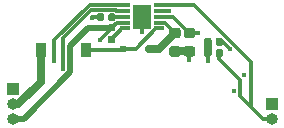
<source format=gbr>
G04 #@! TF.GenerationSoftware,KiCad,Pcbnew,(5.1.4)-1*
G04 #@! TF.CreationDate,2020-07-29T22:37:44-07:00*
G04 #@! TF.ProjectId,Kicad LED Rings_Circular_final_V2,4b696361-6420-44c4-9544-2052696e6773,rev?*
G04 #@! TF.SameCoordinates,Original*
G04 #@! TF.FileFunction,Copper,L1,Top*
G04 #@! TF.FilePolarity,Positive*
%FSLAX46Y46*%
G04 Gerber Fmt 4.6, Leading zero omitted, Abs format (unit mm)*
G04 Created by KiCad (PCBNEW (5.1.4)-1) date 2020-07-29 22:37:44*
%MOMM*%
%LPD*%
G04 APERTURE LIST*
%ADD10R,0.900000X1.300000*%
%ADD11C,0.100000*%
%ADD12C,0.590000*%
%ADD13R,1.600200X2.006600*%
%ADD14R,0.812800X0.304800*%
%ADD15R,0.500000X0.500000*%
%ADD16R,1.000000X1.000000*%
%ADD17O,1.000000X1.000000*%
%ADD18C,0.875000*%
%ADD19C,0.450000*%
%ADD20C,0.635000*%
%ADD21C,0.304800*%
%ADD22C,0.508000*%
G04 APERTURE END LIST*
D10*
X101033500Y-69936360D03*
X104833500Y-69936360D03*
D11*
G36*
X115335858Y-68969370D02*
G01*
X115350176Y-68971494D01*
X115364217Y-68975011D01*
X115377846Y-68979888D01*
X115390931Y-68986077D01*
X115403347Y-68993518D01*
X115414973Y-69002141D01*
X115425698Y-69011862D01*
X115435419Y-69022587D01*
X115444042Y-69034213D01*
X115451483Y-69046629D01*
X115457672Y-69059714D01*
X115462549Y-69073343D01*
X115466066Y-69087384D01*
X115468190Y-69101702D01*
X115468900Y-69116160D01*
X115468900Y-69461160D01*
X115468190Y-69475618D01*
X115466066Y-69489936D01*
X115462549Y-69503977D01*
X115457672Y-69517606D01*
X115451483Y-69530691D01*
X115444042Y-69543107D01*
X115435419Y-69554733D01*
X115425698Y-69565458D01*
X115414973Y-69575179D01*
X115403347Y-69583802D01*
X115390931Y-69591243D01*
X115377846Y-69597432D01*
X115364217Y-69602309D01*
X115350176Y-69605826D01*
X115335858Y-69607950D01*
X115321400Y-69608660D01*
X115026400Y-69608660D01*
X115011942Y-69607950D01*
X114997624Y-69605826D01*
X114983583Y-69602309D01*
X114969954Y-69597432D01*
X114956869Y-69591243D01*
X114944453Y-69583802D01*
X114932827Y-69575179D01*
X114922102Y-69565458D01*
X114912381Y-69554733D01*
X114903758Y-69543107D01*
X114896317Y-69530691D01*
X114890128Y-69517606D01*
X114885251Y-69503977D01*
X114881734Y-69489936D01*
X114879610Y-69475618D01*
X114878900Y-69461160D01*
X114878900Y-69116160D01*
X114879610Y-69101702D01*
X114881734Y-69087384D01*
X114885251Y-69073343D01*
X114890128Y-69059714D01*
X114896317Y-69046629D01*
X114903758Y-69034213D01*
X114912381Y-69022587D01*
X114922102Y-69011862D01*
X114932827Y-69002141D01*
X114944453Y-68993518D01*
X114956869Y-68986077D01*
X114969954Y-68979888D01*
X114983583Y-68975011D01*
X114997624Y-68971494D01*
X115011942Y-68969370D01*
X115026400Y-68968660D01*
X115321400Y-68968660D01*
X115335858Y-68969370D01*
X115335858Y-68969370D01*
G37*
D12*
X115173900Y-69288660D03*
D11*
G36*
X116305858Y-68969370D02*
G01*
X116320176Y-68971494D01*
X116334217Y-68975011D01*
X116347846Y-68979888D01*
X116360931Y-68986077D01*
X116373347Y-68993518D01*
X116384973Y-69002141D01*
X116395698Y-69011862D01*
X116405419Y-69022587D01*
X116414042Y-69034213D01*
X116421483Y-69046629D01*
X116427672Y-69059714D01*
X116432549Y-69073343D01*
X116436066Y-69087384D01*
X116438190Y-69101702D01*
X116438900Y-69116160D01*
X116438900Y-69461160D01*
X116438190Y-69475618D01*
X116436066Y-69489936D01*
X116432549Y-69503977D01*
X116427672Y-69517606D01*
X116421483Y-69530691D01*
X116414042Y-69543107D01*
X116405419Y-69554733D01*
X116395698Y-69565458D01*
X116384973Y-69575179D01*
X116373347Y-69583802D01*
X116360931Y-69591243D01*
X116347846Y-69597432D01*
X116334217Y-69602309D01*
X116320176Y-69605826D01*
X116305858Y-69607950D01*
X116291400Y-69608660D01*
X115996400Y-69608660D01*
X115981942Y-69607950D01*
X115967624Y-69605826D01*
X115953583Y-69602309D01*
X115939954Y-69597432D01*
X115926869Y-69591243D01*
X115914453Y-69583802D01*
X115902827Y-69575179D01*
X115892102Y-69565458D01*
X115882381Y-69554733D01*
X115873758Y-69543107D01*
X115866317Y-69530691D01*
X115860128Y-69517606D01*
X115855251Y-69503977D01*
X115851734Y-69489936D01*
X115849610Y-69475618D01*
X115848900Y-69461160D01*
X115848900Y-69116160D01*
X115849610Y-69101702D01*
X115851734Y-69087384D01*
X115855251Y-69073343D01*
X115860128Y-69059714D01*
X115866317Y-69046629D01*
X115873758Y-69034213D01*
X115882381Y-69022587D01*
X115892102Y-69011862D01*
X115902827Y-69002141D01*
X115914453Y-68993518D01*
X115926869Y-68986077D01*
X115939954Y-68979888D01*
X115953583Y-68975011D01*
X115967624Y-68971494D01*
X115981942Y-68969370D01*
X115996400Y-68968660D01*
X116291400Y-68968660D01*
X116305858Y-68969370D01*
X116305858Y-68969370D01*
G37*
D12*
X116143900Y-69288660D03*
D11*
G36*
X107214938Y-68785950D02*
G01*
X107229256Y-68788074D01*
X107243297Y-68791591D01*
X107256926Y-68796468D01*
X107270011Y-68802657D01*
X107282427Y-68810098D01*
X107294053Y-68818721D01*
X107304778Y-68828442D01*
X107314499Y-68839167D01*
X107323122Y-68850793D01*
X107330563Y-68863209D01*
X107336752Y-68876294D01*
X107341629Y-68889923D01*
X107345146Y-68903964D01*
X107347270Y-68918282D01*
X107347980Y-68932740D01*
X107347980Y-69227740D01*
X107347270Y-69242198D01*
X107345146Y-69256516D01*
X107341629Y-69270557D01*
X107336752Y-69284186D01*
X107330563Y-69297271D01*
X107323122Y-69309687D01*
X107314499Y-69321313D01*
X107304778Y-69332038D01*
X107294053Y-69341759D01*
X107282427Y-69350382D01*
X107270011Y-69357823D01*
X107256926Y-69364012D01*
X107243297Y-69368889D01*
X107229256Y-69372406D01*
X107214938Y-69374530D01*
X107200480Y-69375240D01*
X106855480Y-69375240D01*
X106841022Y-69374530D01*
X106826704Y-69372406D01*
X106812663Y-69368889D01*
X106799034Y-69364012D01*
X106785949Y-69357823D01*
X106773533Y-69350382D01*
X106761907Y-69341759D01*
X106751182Y-69332038D01*
X106741461Y-69321313D01*
X106732838Y-69309687D01*
X106725397Y-69297271D01*
X106719208Y-69284186D01*
X106714331Y-69270557D01*
X106710814Y-69256516D01*
X106708690Y-69242198D01*
X106707980Y-69227740D01*
X106707980Y-68932740D01*
X106708690Y-68918282D01*
X106710814Y-68903964D01*
X106714331Y-68889923D01*
X106719208Y-68876294D01*
X106725397Y-68863209D01*
X106732838Y-68850793D01*
X106741461Y-68839167D01*
X106751182Y-68828442D01*
X106761907Y-68818721D01*
X106773533Y-68810098D01*
X106785949Y-68802657D01*
X106799034Y-68796468D01*
X106812663Y-68791591D01*
X106826704Y-68788074D01*
X106841022Y-68785950D01*
X106855480Y-68785240D01*
X107200480Y-68785240D01*
X107214938Y-68785950D01*
X107214938Y-68785950D01*
G37*
D12*
X107027980Y-69080240D03*
D11*
G36*
X107214938Y-67815950D02*
G01*
X107229256Y-67818074D01*
X107243297Y-67821591D01*
X107256926Y-67826468D01*
X107270011Y-67832657D01*
X107282427Y-67840098D01*
X107294053Y-67848721D01*
X107304778Y-67858442D01*
X107314499Y-67869167D01*
X107323122Y-67880793D01*
X107330563Y-67893209D01*
X107336752Y-67906294D01*
X107341629Y-67919923D01*
X107345146Y-67933964D01*
X107347270Y-67948282D01*
X107347980Y-67962740D01*
X107347980Y-68257740D01*
X107347270Y-68272198D01*
X107345146Y-68286516D01*
X107341629Y-68300557D01*
X107336752Y-68314186D01*
X107330563Y-68327271D01*
X107323122Y-68339687D01*
X107314499Y-68351313D01*
X107304778Y-68362038D01*
X107294053Y-68371759D01*
X107282427Y-68380382D01*
X107270011Y-68387823D01*
X107256926Y-68394012D01*
X107243297Y-68398889D01*
X107229256Y-68402406D01*
X107214938Y-68404530D01*
X107200480Y-68405240D01*
X106855480Y-68405240D01*
X106841022Y-68404530D01*
X106826704Y-68402406D01*
X106812663Y-68398889D01*
X106799034Y-68394012D01*
X106785949Y-68387823D01*
X106773533Y-68380382D01*
X106761907Y-68371759D01*
X106751182Y-68362038D01*
X106741461Y-68351313D01*
X106732838Y-68339687D01*
X106725397Y-68327271D01*
X106719208Y-68314186D01*
X106714331Y-68300557D01*
X106710814Y-68286516D01*
X106708690Y-68272198D01*
X106707980Y-68257740D01*
X106707980Y-67962740D01*
X106708690Y-67948282D01*
X106710814Y-67933964D01*
X106714331Y-67919923D01*
X106719208Y-67906294D01*
X106725397Y-67893209D01*
X106732838Y-67880793D01*
X106741461Y-67869167D01*
X106751182Y-67858442D01*
X106761907Y-67848721D01*
X106773533Y-67840098D01*
X106785949Y-67832657D01*
X106799034Y-67826468D01*
X106812663Y-67821591D01*
X106826704Y-67818074D01*
X106841022Y-67815950D01*
X106855480Y-67815240D01*
X107200480Y-67815240D01*
X107214938Y-67815950D01*
X107214938Y-67815950D01*
G37*
D12*
X107027980Y-68110240D03*
D11*
G36*
X106255358Y-66881490D02*
G01*
X106269676Y-66883614D01*
X106283717Y-66887131D01*
X106297346Y-66892008D01*
X106310431Y-66898197D01*
X106322847Y-66905638D01*
X106334473Y-66914261D01*
X106345198Y-66923982D01*
X106354919Y-66934707D01*
X106363542Y-66946333D01*
X106370983Y-66958749D01*
X106377172Y-66971834D01*
X106382049Y-66985463D01*
X106385566Y-66999504D01*
X106387690Y-67013822D01*
X106388400Y-67028280D01*
X106388400Y-67373280D01*
X106387690Y-67387738D01*
X106385566Y-67402056D01*
X106382049Y-67416097D01*
X106377172Y-67429726D01*
X106370983Y-67442811D01*
X106363542Y-67455227D01*
X106354919Y-67466853D01*
X106345198Y-67477578D01*
X106334473Y-67487299D01*
X106322847Y-67495922D01*
X106310431Y-67503363D01*
X106297346Y-67509552D01*
X106283717Y-67514429D01*
X106269676Y-67517946D01*
X106255358Y-67520070D01*
X106240900Y-67520780D01*
X105945900Y-67520780D01*
X105931442Y-67520070D01*
X105917124Y-67517946D01*
X105903083Y-67514429D01*
X105889454Y-67509552D01*
X105876369Y-67503363D01*
X105863953Y-67495922D01*
X105852327Y-67487299D01*
X105841602Y-67477578D01*
X105831881Y-67466853D01*
X105823258Y-67455227D01*
X105815817Y-67442811D01*
X105809628Y-67429726D01*
X105804751Y-67416097D01*
X105801234Y-67402056D01*
X105799110Y-67387738D01*
X105798400Y-67373280D01*
X105798400Y-67028280D01*
X105799110Y-67013822D01*
X105801234Y-66999504D01*
X105804751Y-66985463D01*
X105809628Y-66971834D01*
X105815817Y-66958749D01*
X105823258Y-66946333D01*
X105831881Y-66934707D01*
X105841602Y-66923982D01*
X105852327Y-66914261D01*
X105863953Y-66905638D01*
X105876369Y-66898197D01*
X105889454Y-66892008D01*
X105903083Y-66887131D01*
X105917124Y-66883614D01*
X105931442Y-66881490D01*
X105945900Y-66880780D01*
X106240900Y-66880780D01*
X106255358Y-66881490D01*
X106255358Y-66881490D01*
G37*
D12*
X106093400Y-67200780D03*
D11*
G36*
X107225358Y-66881490D02*
G01*
X107239676Y-66883614D01*
X107253717Y-66887131D01*
X107267346Y-66892008D01*
X107280431Y-66898197D01*
X107292847Y-66905638D01*
X107304473Y-66914261D01*
X107315198Y-66923982D01*
X107324919Y-66934707D01*
X107333542Y-66946333D01*
X107340983Y-66958749D01*
X107347172Y-66971834D01*
X107352049Y-66985463D01*
X107355566Y-66999504D01*
X107357690Y-67013822D01*
X107358400Y-67028280D01*
X107358400Y-67373280D01*
X107357690Y-67387738D01*
X107355566Y-67402056D01*
X107352049Y-67416097D01*
X107347172Y-67429726D01*
X107340983Y-67442811D01*
X107333542Y-67455227D01*
X107324919Y-67466853D01*
X107315198Y-67477578D01*
X107304473Y-67487299D01*
X107292847Y-67495922D01*
X107280431Y-67503363D01*
X107267346Y-67509552D01*
X107253717Y-67514429D01*
X107239676Y-67517946D01*
X107225358Y-67520070D01*
X107210900Y-67520780D01*
X106915900Y-67520780D01*
X106901442Y-67520070D01*
X106887124Y-67517946D01*
X106873083Y-67514429D01*
X106859454Y-67509552D01*
X106846369Y-67503363D01*
X106833953Y-67495922D01*
X106822327Y-67487299D01*
X106811602Y-67477578D01*
X106801881Y-67466853D01*
X106793258Y-67455227D01*
X106785817Y-67442811D01*
X106779628Y-67429726D01*
X106774751Y-67416097D01*
X106771234Y-67402056D01*
X106769110Y-67387738D01*
X106768400Y-67373280D01*
X106768400Y-67028280D01*
X106769110Y-67013822D01*
X106771234Y-66999504D01*
X106774751Y-66985463D01*
X106779628Y-66971834D01*
X106785817Y-66958749D01*
X106793258Y-66946333D01*
X106801881Y-66934707D01*
X106811602Y-66923982D01*
X106822327Y-66914261D01*
X106833953Y-66905638D01*
X106846369Y-66898197D01*
X106859454Y-66892008D01*
X106873083Y-66887131D01*
X106887124Y-66883614D01*
X106901442Y-66881490D01*
X106915900Y-66880780D01*
X107210900Y-66880780D01*
X107225358Y-66881490D01*
X107225358Y-66881490D01*
G37*
D12*
X107063400Y-67200780D03*
D13*
X109626400Y-67152520D03*
D14*
X111074200Y-66152519D03*
X111074200Y-66652521D03*
X111074200Y-67152520D03*
X111074200Y-67652519D03*
X111074200Y-68152521D03*
X108178600Y-68152521D03*
X108178600Y-67652519D03*
X108178600Y-67152520D03*
X108178600Y-66652521D03*
X108178600Y-66152519D03*
D15*
X108033640Y-69857620D03*
X110233640Y-69857620D03*
D11*
G36*
X116305858Y-69914250D02*
G01*
X116320176Y-69916374D01*
X116334217Y-69919891D01*
X116347846Y-69924768D01*
X116360931Y-69930957D01*
X116373347Y-69938398D01*
X116384973Y-69947021D01*
X116395698Y-69956742D01*
X116405419Y-69967467D01*
X116414042Y-69979093D01*
X116421483Y-69991509D01*
X116427672Y-70004594D01*
X116432549Y-70018223D01*
X116436066Y-70032264D01*
X116438190Y-70046582D01*
X116438900Y-70061040D01*
X116438900Y-70406040D01*
X116438190Y-70420498D01*
X116436066Y-70434816D01*
X116432549Y-70448857D01*
X116427672Y-70462486D01*
X116421483Y-70475571D01*
X116414042Y-70487987D01*
X116405419Y-70499613D01*
X116395698Y-70510338D01*
X116384973Y-70520059D01*
X116373347Y-70528682D01*
X116360931Y-70536123D01*
X116347846Y-70542312D01*
X116334217Y-70547189D01*
X116320176Y-70550706D01*
X116305858Y-70552830D01*
X116291400Y-70553540D01*
X115996400Y-70553540D01*
X115981942Y-70552830D01*
X115967624Y-70550706D01*
X115953583Y-70547189D01*
X115939954Y-70542312D01*
X115926869Y-70536123D01*
X115914453Y-70528682D01*
X115902827Y-70520059D01*
X115892102Y-70510338D01*
X115882381Y-70499613D01*
X115873758Y-70487987D01*
X115866317Y-70475571D01*
X115860128Y-70462486D01*
X115855251Y-70448857D01*
X115851734Y-70434816D01*
X115849610Y-70420498D01*
X115848900Y-70406040D01*
X115848900Y-70061040D01*
X115849610Y-70046582D01*
X115851734Y-70032264D01*
X115855251Y-70018223D01*
X115860128Y-70004594D01*
X115866317Y-69991509D01*
X115873758Y-69979093D01*
X115882381Y-69967467D01*
X115892102Y-69956742D01*
X115902827Y-69947021D01*
X115914453Y-69938398D01*
X115926869Y-69930957D01*
X115939954Y-69924768D01*
X115953583Y-69919891D01*
X115967624Y-69916374D01*
X115981942Y-69914250D01*
X115996400Y-69913540D01*
X116291400Y-69913540D01*
X116305858Y-69914250D01*
X116305858Y-69914250D01*
G37*
D12*
X116143900Y-70233540D03*
D11*
G36*
X115335858Y-69914250D02*
G01*
X115350176Y-69916374D01*
X115364217Y-69919891D01*
X115377846Y-69924768D01*
X115390931Y-69930957D01*
X115403347Y-69938398D01*
X115414973Y-69947021D01*
X115425698Y-69956742D01*
X115435419Y-69967467D01*
X115444042Y-69979093D01*
X115451483Y-69991509D01*
X115457672Y-70004594D01*
X115462549Y-70018223D01*
X115466066Y-70032264D01*
X115468190Y-70046582D01*
X115468900Y-70061040D01*
X115468900Y-70406040D01*
X115468190Y-70420498D01*
X115466066Y-70434816D01*
X115462549Y-70448857D01*
X115457672Y-70462486D01*
X115451483Y-70475571D01*
X115444042Y-70487987D01*
X115435419Y-70499613D01*
X115425698Y-70510338D01*
X115414973Y-70520059D01*
X115403347Y-70528682D01*
X115390931Y-70536123D01*
X115377846Y-70542312D01*
X115364217Y-70547189D01*
X115350176Y-70550706D01*
X115335858Y-70552830D01*
X115321400Y-70553540D01*
X115026400Y-70553540D01*
X115011942Y-70552830D01*
X114997624Y-70550706D01*
X114983583Y-70547189D01*
X114969954Y-70542312D01*
X114956869Y-70536123D01*
X114944453Y-70528682D01*
X114932827Y-70520059D01*
X114922102Y-70510338D01*
X114912381Y-70499613D01*
X114903758Y-70487987D01*
X114896317Y-70475571D01*
X114890128Y-70462486D01*
X114885251Y-70448857D01*
X114881734Y-70434816D01*
X114879610Y-70420498D01*
X114878900Y-70406040D01*
X114878900Y-70061040D01*
X114879610Y-70046582D01*
X114881734Y-70032264D01*
X114885251Y-70018223D01*
X114890128Y-70004594D01*
X114896317Y-69991509D01*
X114903758Y-69979093D01*
X114912381Y-69967467D01*
X114922102Y-69956742D01*
X114932827Y-69947021D01*
X114944453Y-69938398D01*
X114956869Y-69930957D01*
X114969954Y-69924768D01*
X114983583Y-69919891D01*
X114997624Y-69916374D01*
X115011942Y-69914250D01*
X115026400Y-69913540D01*
X115321400Y-69913540D01*
X115335858Y-69914250D01*
X115335858Y-69914250D01*
G37*
D12*
X115173900Y-70233540D03*
D16*
X98659680Y-73283900D03*
D17*
X98659680Y-74553900D03*
X98659680Y-75823900D03*
D16*
X120591580Y-74553420D03*
D17*
X120591580Y-75823420D03*
D11*
G36*
X112675231Y-69662573D02*
G01*
X112696466Y-69665723D01*
X112717290Y-69670939D01*
X112737502Y-69678171D01*
X112756908Y-69687350D01*
X112775321Y-69698386D01*
X112792564Y-69711174D01*
X112808470Y-69725590D01*
X112822886Y-69741496D01*
X112835674Y-69758739D01*
X112846710Y-69777152D01*
X112855889Y-69796558D01*
X112863121Y-69816770D01*
X112868337Y-69837594D01*
X112871487Y-69858829D01*
X112872540Y-69880270D01*
X112872540Y-70317770D01*
X112871487Y-70339211D01*
X112868337Y-70360446D01*
X112863121Y-70381270D01*
X112855889Y-70401482D01*
X112846710Y-70420888D01*
X112835674Y-70439301D01*
X112822886Y-70456544D01*
X112808470Y-70472450D01*
X112792564Y-70486866D01*
X112775321Y-70499654D01*
X112756908Y-70510690D01*
X112737502Y-70519869D01*
X112717290Y-70527101D01*
X112696466Y-70532317D01*
X112675231Y-70535467D01*
X112653790Y-70536520D01*
X112141290Y-70536520D01*
X112119849Y-70535467D01*
X112098614Y-70532317D01*
X112077790Y-70527101D01*
X112057578Y-70519869D01*
X112038172Y-70510690D01*
X112019759Y-70499654D01*
X112002516Y-70486866D01*
X111986610Y-70472450D01*
X111972194Y-70456544D01*
X111959406Y-70439301D01*
X111948370Y-70420888D01*
X111939191Y-70401482D01*
X111931959Y-70381270D01*
X111926743Y-70360446D01*
X111923593Y-70339211D01*
X111922540Y-70317770D01*
X111922540Y-69880270D01*
X111923593Y-69858829D01*
X111926743Y-69837594D01*
X111931959Y-69816770D01*
X111939191Y-69796558D01*
X111948370Y-69777152D01*
X111959406Y-69758739D01*
X111972194Y-69741496D01*
X111986610Y-69725590D01*
X112002516Y-69711174D01*
X112019759Y-69698386D01*
X112038172Y-69687350D01*
X112057578Y-69678171D01*
X112077790Y-69670939D01*
X112098614Y-69665723D01*
X112119849Y-69662573D01*
X112141290Y-69661520D01*
X112653790Y-69661520D01*
X112675231Y-69662573D01*
X112675231Y-69662573D01*
G37*
D18*
X112397540Y-70099020D03*
D11*
G36*
X112675231Y-68087573D02*
G01*
X112696466Y-68090723D01*
X112717290Y-68095939D01*
X112737502Y-68103171D01*
X112756908Y-68112350D01*
X112775321Y-68123386D01*
X112792564Y-68136174D01*
X112808470Y-68150590D01*
X112822886Y-68166496D01*
X112835674Y-68183739D01*
X112846710Y-68202152D01*
X112855889Y-68221558D01*
X112863121Y-68241770D01*
X112868337Y-68262594D01*
X112871487Y-68283829D01*
X112872540Y-68305270D01*
X112872540Y-68742770D01*
X112871487Y-68764211D01*
X112868337Y-68785446D01*
X112863121Y-68806270D01*
X112855889Y-68826482D01*
X112846710Y-68845888D01*
X112835674Y-68864301D01*
X112822886Y-68881544D01*
X112808470Y-68897450D01*
X112792564Y-68911866D01*
X112775321Y-68924654D01*
X112756908Y-68935690D01*
X112737502Y-68944869D01*
X112717290Y-68952101D01*
X112696466Y-68957317D01*
X112675231Y-68960467D01*
X112653790Y-68961520D01*
X112141290Y-68961520D01*
X112119849Y-68960467D01*
X112098614Y-68957317D01*
X112077790Y-68952101D01*
X112057578Y-68944869D01*
X112038172Y-68935690D01*
X112019759Y-68924654D01*
X112002516Y-68911866D01*
X111986610Y-68897450D01*
X111972194Y-68881544D01*
X111959406Y-68864301D01*
X111948370Y-68845888D01*
X111939191Y-68826482D01*
X111931959Y-68806270D01*
X111926743Y-68785446D01*
X111923593Y-68764211D01*
X111922540Y-68742770D01*
X111922540Y-68305270D01*
X111923593Y-68283829D01*
X111926743Y-68262594D01*
X111931959Y-68241770D01*
X111939191Y-68221558D01*
X111948370Y-68202152D01*
X111959406Y-68183739D01*
X111972194Y-68166496D01*
X111986610Y-68150590D01*
X112002516Y-68136174D01*
X112019759Y-68123386D01*
X112038172Y-68112350D01*
X112057578Y-68103171D01*
X112077790Y-68095939D01*
X112098614Y-68090723D01*
X112119849Y-68087573D01*
X112141290Y-68086520D01*
X112653790Y-68086520D01*
X112675231Y-68087573D01*
X112675231Y-68087573D01*
G37*
D18*
X112397540Y-68524020D03*
D11*
G36*
X113894431Y-69662473D02*
G01*
X113915666Y-69665623D01*
X113936490Y-69670839D01*
X113956702Y-69678071D01*
X113976108Y-69687250D01*
X113994521Y-69698286D01*
X114011764Y-69711074D01*
X114027670Y-69725490D01*
X114042086Y-69741396D01*
X114054874Y-69758639D01*
X114065910Y-69777052D01*
X114075089Y-69796458D01*
X114082321Y-69816670D01*
X114087537Y-69837494D01*
X114090687Y-69858729D01*
X114091740Y-69880170D01*
X114091740Y-70317670D01*
X114090687Y-70339111D01*
X114087537Y-70360346D01*
X114082321Y-70381170D01*
X114075089Y-70401382D01*
X114065910Y-70420788D01*
X114054874Y-70439201D01*
X114042086Y-70456444D01*
X114027670Y-70472350D01*
X114011764Y-70486766D01*
X113994521Y-70499554D01*
X113976108Y-70510590D01*
X113956702Y-70519769D01*
X113936490Y-70527001D01*
X113915666Y-70532217D01*
X113894431Y-70535367D01*
X113872990Y-70536420D01*
X113360490Y-70536420D01*
X113339049Y-70535367D01*
X113317814Y-70532217D01*
X113296990Y-70527001D01*
X113276778Y-70519769D01*
X113257372Y-70510590D01*
X113238959Y-70499554D01*
X113221716Y-70486766D01*
X113205810Y-70472350D01*
X113191394Y-70456444D01*
X113178606Y-70439201D01*
X113167570Y-70420788D01*
X113158391Y-70401382D01*
X113151159Y-70381170D01*
X113145943Y-70360346D01*
X113142793Y-70339111D01*
X113141740Y-70317670D01*
X113141740Y-69880170D01*
X113142793Y-69858729D01*
X113145943Y-69837494D01*
X113151159Y-69816670D01*
X113158391Y-69796458D01*
X113167570Y-69777052D01*
X113178606Y-69758639D01*
X113191394Y-69741396D01*
X113205810Y-69725490D01*
X113221716Y-69711074D01*
X113238959Y-69698286D01*
X113257372Y-69687250D01*
X113276778Y-69678071D01*
X113296990Y-69670839D01*
X113317814Y-69665623D01*
X113339049Y-69662473D01*
X113360490Y-69661420D01*
X113872990Y-69661420D01*
X113894431Y-69662473D01*
X113894431Y-69662473D01*
G37*
D18*
X113616740Y-70098920D03*
D11*
G36*
X113894431Y-68087473D02*
G01*
X113915666Y-68090623D01*
X113936490Y-68095839D01*
X113956702Y-68103071D01*
X113976108Y-68112250D01*
X113994521Y-68123286D01*
X114011764Y-68136074D01*
X114027670Y-68150490D01*
X114042086Y-68166396D01*
X114054874Y-68183639D01*
X114065910Y-68202052D01*
X114075089Y-68221458D01*
X114082321Y-68241670D01*
X114087537Y-68262494D01*
X114090687Y-68283729D01*
X114091740Y-68305170D01*
X114091740Y-68742670D01*
X114090687Y-68764111D01*
X114087537Y-68785346D01*
X114082321Y-68806170D01*
X114075089Y-68826382D01*
X114065910Y-68845788D01*
X114054874Y-68864201D01*
X114042086Y-68881444D01*
X114027670Y-68897350D01*
X114011764Y-68911766D01*
X113994521Y-68924554D01*
X113976108Y-68935590D01*
X113956702Y-68944769D01*
X113936490Y-68952001D01*
X113915666Y-68957217D01*
X113894431Y-68960367D01*
X113872990Y-68961420D01*
X113360490Y-68961420D01*
X113339049Y-68960367D01*
X113317814Y-68957217D01*
X113296990Y-68952001D01*
X113276778Y-68944769D01*
X113257372Y-68935590D01*
X113238959Y-68924554D01*
X113221716Y-68911766D01*
X113205810Y-68897350D01*
X113191394Y-68881444D01*
X113178606Y-68864201D01*
X113167570Y-68845788D01*
X113158391Y-68826382D01*
X113151159Y-68806170D01*
X113145943Y-68785346D01*
X113142793Y-68764111D01*
X113141740Y-68742670D01*
X113141740Y-68305170D01*
X113142793Y-68283729D01*
X113145943Y-68262494D01*
X113151159Y-68241670D01*
X113158391Y-68221458D01*
X113167570Y-68202052D01*
X113178606Y-68183639D01*
X113191394Y-68166396D01*
X113205810Y-68150490D01*
X113221716Y-68136074D01*
X113238959Y-68123286D01*
X113257372Y-68112250D01*
X113276778Y-68103071D01*
X113296990Y-68095839D01*
X113317814Y-68090623D01*
X113339049Y-68087473D01*
X113360490Y-68086420D01*
X113872990Y-68086420D01*
X113894431Y-68087473D01*
X113894431Y-68087473D01*
G37*
D18*
X113616740Y-68523920D03*
D19*
X114348260Y-68521580D03*
X113609120Y-70866000D03*
X105369160Y-67236140D03*
X109595920Y-68486020D03*
X102946200Y-71594980D03*
X117436900Y-73416160D03*
X102176580Y-70868540D03*
X111691370Y-69230190D03*
X118239540Y-72130920D03*
X111894620Y-66652140D03*
X117050820Y-69905880D03*
X106029760Y-69128640D03*
X115173760Y-70911720D03*
D20*
X99144062Y-74553900D02*
X101036040Y-72661922D01*
X98659680Y-74553900D02*
X99144062Y-74553900D01*
X101033500Y-72659382D02*
X101033500Y-69936360D01*
X101036040Y-72661922D02*
X101033500Y-72659382D01*
D21*
X112245340Y-67152520D02*
X113616740Y-68523920D01*
X111074200Y-67152520D02*
X112245340Y-67152520D01*
X113616740Y-68523920D02*
X114345920Y-68523920D01*
X114345920Y-68523920D02*
X114348260Y-68521580D01*
D20*
X113616640Y-70099020D02*
X113616740Y-70098920D01*
X112397540Y-70099020D02*
X113616640Y-70099020D01*
D21*
X113616740Y-70098920D02*
X113616740Y-70858380D01*
X113616740Y-70858380D02*
X113609120Y-70866000D01*
X106093400Y-67200780D02*
X105404520Y-67200780D01*
X105404520Y-67200780D02*
X105369160Y-67236140D01*
X109626400Y-67152520D02*
X109626400Y-68455540D01*
X109626400Y-68455540D02*
X109595920Y-68486020D01*
X102946200Y-71276782D02*
X102946200Y-71594980D01*
X102946200Y-68950178D02*
X102946200Y-71276782D01*
X105269608Y-66626770D02*
X102946200Y-68950178D01*
X107377212Y-66626770D02*
X105269608Y-66626770D01*
X107402963Y-66652521D02*
X107377212Y-66626770D01*
X108178600Y-66652521D02*
X107402963Y-66652521D01*
X108178600Y-66152519D02*
X108432600Y-66152519D01*
X102176580Y-69145048D02*
X102176580Y-70868540D01*
X108178600Y-66152519D02*
X105169109Y-66152519D01*
X105169109Y-66152519D02*
X102176580Y-69145048D01*
D20*
X110233640Y-69857620D02*
X111063940Y-69857620D01*
D21*
X111526039Y-67652519D02*
X112397540Y-68524020D01*
X111074200Y-67652519D02*
X111526039Y-67652519D01*
D20*
X111063940Y-69857620D02*
X111691370Y-69230190D01*
X111691370Y-69230190D02*
X112397540Y-68524020D01*
D21*
X105123060Y-69857620D02*
X104836040Y-69570600D01*
X108588440Y-69857620D02*
X108033640Y-69857620D01*
X109115101Y-69857620D02*
X108588440Y-69857620D01*
X110820200Y-68152521D02*
X109115101Y-69857620D01*
X111074200Y-68152521D02*
X110820200Y-68152521D01*
X107954900Y-69936360D02*
X108033640Y-69857620D01*
X104833500Y-69936360D02*
X107954900Y-69936360D01*
X111074200Y-66652521D02*
X111894239Y-66652521D01*
X111894239Y-66652521D02*
X111894620Y-66652140D01*
X116143900Y-69288660D02*
X116433600Y-69288660D01*
X116433600Y-69288660D02*
X117050820Y-69905880D01*
X107955699Y-68152521D02*
X107027980Y-69080240D01*
X108178600Y-68152521D02*
X107955699Y-68152521D01*
X107111660Y-67152520D02*
X107063400Y-67200780D01*
X108178600Y-67152520D02*
X107111660Y-67152520D01*
X116143900Y-70653540D02*
X116143900Y-70233540D01*
X116143900Y-70744202D02*
X116143900Y-70653540D01*
X117915901Y-72516203D02*
X116143900Y-70744202D01*
X117915901Y-73854847D02*
X117915901Y-72516203D01*
X120591580Y-75823420D02*
X119884474Y-75823420D01*
X118831197Y-70977335D02*
X118831197Y-74770143D01*
X114006381Y-66152519D02*
X118831197Y-70977335D01*
X111074200Y-66152519D02*
X114006381Y-66152519D01*
X119884474Y-75823420D02*
X118831197Y-74770143D01*
X118831197Y-74770143D02*
X117915901Y-73854847D01*
D20*
X115173900Y-69288660D02*
X115173900Y-70233540D01*
D21*
X107362148Y-67776072D02*
X107027980Y-68110240D01*
X107375930Y-67776072D02*
X107362148Y-67776072D01*
X107499483Y-67652519D02*
X107375930Y-67776072D01*
X108178600Y-67652519D02*
X107499483Y-67652519D01*
D22*
X99366786Y-75823900D02*
X98659680Y-75823900D01*
X99576570Y-75823900D02*
X99366786Y-75823900D01*
X103526801Y-71873669D02*
X99576570Y-75823900D01*
X103526801Y-69597991D02*
X103526801Y-71873669D01*
X105014552Y-68110240D02*
X103526801Y-69597991D01*
X107027980Y-68110240D02*
X105014552Y-68110240D01*
D21*
X107027980Y-68110240D02*
X107027980Y-68130420D01*
X107027980Y-68130420D02*
X106029760Y-69128640D01*
X115173760Y-70233680D02*
X115173900Y-70233540D01*
X115173760Y-70911720D02*
X115173760Y-70233680D01*
M02*

</source>
